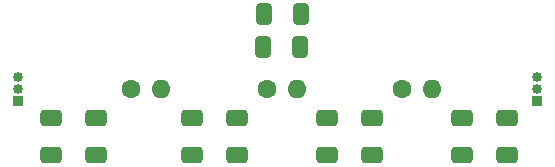
<source format=gbr>
%TF.GenerationSoftware,KiCad,Pcbnew,7.0.2*%
%TF.CreationDate,2023-05-05T15:54:23-05:00*%
%TF.ProjectId,Low-Pass-Filter-Board,4c6f772d-5061-4737-932d-46696c746572,V01*%
%TF.SameCoordinates,Original*%
%TF.FileFunction,Soldermask,Top*%
%TF.FilePolarity,Negative*%
%FSLAX46Y46*%
G04 Gerber Fmt 4.6, Leading zero omitted, Abs format (unit mm)*
G04 Created by KiCad (PCBNEW 7.0.2) date 2023-05-05 15:54:23*
%MOMM*%
%LPD*%
G01*
G04 APERTURE LIST*
G04 Aperture macros list*
%AMRoundRect*
0 Rectangle with rounded corners*
0 $1 Rounding radius*
0 $2 $3 $4 $5 $6 $7 $8 $9 X,Y pos of 4 corners*
0 Add a 4 corners polygon primitive as box body*
4,1,4,$2,$3,$4,$5,$6,$7,$8,$9,$2,$3,0*
0 Add four circle primitives for the rounded corners*
1,1,$1+$1,$2,$3*
1,1,$1+$1,$4,$5*
1,1,$1+$1,$6,$7*
1,1,$1+$1,$8,$9*
0 Add four rect primitives between the rounded corners*
20,1,$1+$1,$2,$3,$4,$5,0*
20,1,$1+$1,$4,$5,$6,$7,0*
20,1,$1+$1,$6,$7,$8,$9,0*
20,1,$1+$1,$8,$9,$2,$3,0*%
G04 Aperture macros list end*
%ADD10RoundRect,0.250000X-0.412500X-0.650000X0.412500X-0.650000X0.412500X0.650000X-0.412500X0.650000X0*%
%ADD11RoundRect,0.250000X-0.650000X0.412500X-0.650000X-0.412500X0.650000X-0.412500X0.650000X0.412500X0*%
%ADD12C,1.600000*%
%ADD13O,1.600000X1.600000*%
%ADD14O,0.850000X0.850000*%
%ADD15R,0.850000X0.850000*%
G04 APERTURE END LIST*
D10*
%TO.C,C5*%
X130479000Y-92964000D03*
X133604000Y-92964000D03*
%TD*%
D11*
%TO.C,C2*%
X116332000Y-98983000D03*
X116332000Y-102108000D03*
%TD*%
%TO.C,C8*%
X139700000Y-98983000D03*
X139700000Y-102108000D03*
%TD*%
D12*
%TO.C,L2*%
X130810000Y-96520000D03*
D13*
X133350000Y-96520000D03*
%TD*%
D11*
%TO.C,C10*%
X151130000Y-98983000D03*
X151130000Y-102108000D03*
%TD*%
%TO.C,C1*%
X112522000Y-98983000D03*
X112522000Y-102108000D03*
%TD*%
D12*
%TO.C,L1*%
X119276000Y-96520000D03*
D13*
X121816000Y-96520000D03*
%TD*%
D11*
%TO.C,C9*%
X147320000Y-98983000D03*
X147320000Y-102108000D03*
%TD*%
D10*
%TO.C,C6*%
X130517500Y-90170000D03*
X133642500Y-90170000D03*
%TD*%
D11*
%TO.C,C3*%
X124460000Y-98983000D03*
X124460000Y-102108000D03*
%TD*%
D12*
%TO.C,L3*%
X142240000Y-96520000D03*
D13*
X144780000Y-96520000D03*
%TD*%
D11*
%TO.C,C7*%
X135890000Y-98983000D03*
X135890000Y-102108000D03*
%TD*%
%TO.C,C4*%
X128270000Y-98983000D03*
X128270000Y-102108000D03*
%TD*%
D14*
%TO.C,J1*%
X109728000Y-95520000D03*
X109728000Y-96520000D03*
D15*
X109728000Y-97520000D03*
%TD*%
%TO.C,J2*%
X153670000Y-97520000D03*
D14*
X153670000Y-96520000D03*
X153670000Y-95520000D03*
%TD*%
M02*

</source>
